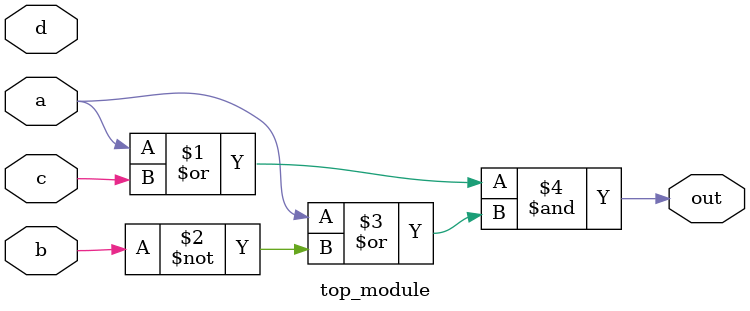
<source format=v>
module top_module(
    input a,
    input b,
    input c,
    input d,
    output out  ); 

    //assign out = ~b&c | a;
    assign out = (a | c) & (a | ~b);
endmodule
</source>
